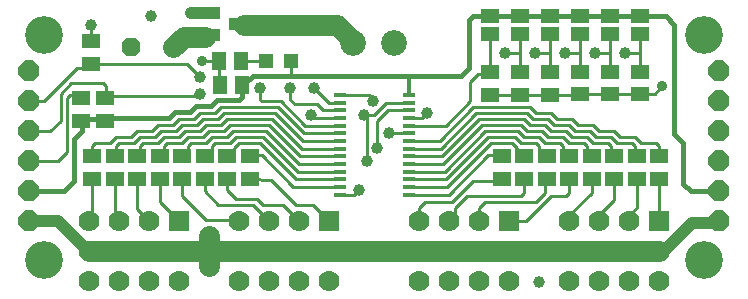
<source format=gbr>
G04 EAGLE Gerber RS-274X export*
G75*
%MOMM*%
%FSLAX34Y34*%
%LPD*%
%INTop Copper*%
%IPPOS*%
%AMOC8*
5,1,8,0,0,1.08239X$1,22.5*%
G01*
%ADD10R,0.990600X0.304800*%
%ADD11R,1.600200X1.168400*%
%ADD12R,1.500000X1.300000*%
%ADD13R,1.300000X1.500000*%
%ADD14C,2.184400*%
%ADD15C,3.200000*%
%ADD16C,1.000000*%
%ADD17R,1.270000X1.000000*%
%ADD18R,1.200000X1.200000*%
%ADD19P,1.732040X8X202.500000*%
%ADD20C,1.600200*%
%ADD21P,1.924489X8X202.500000*%
%ADD22R,1.778000X1.778000*%
%ADD23C,1.778000*%
%ADD24C,0.254000*%
%ADD25C,1.016000*%
%ADD26C,1.778000*%
%ADD27C,1.008000*%
%ADD28C,0.908000*%
%ADD29C,0.406400*%
%ADD30C,0.304800*%


D10*
X-29178Y171790D03*
X-29178Y165290D03*
X-29178Y158790D03*
X-29178Y152290D03*
X-29178Y145790D03*
X-29178Y139290D03*
X-29178Y132790D03*
X-29178Y126290D03*
X29178Y126290D03*
X29178Y132790D03*
X29178Y139290D03*
X29178Y145790D03*
X29178Y152290D03*
X29178Y158790D03*
X29178Y165290D03*
X29178Y171790D03*
X-29178Y119790D03*
X-29178Y113290D03*
X29178Y119790D03*
X29178Y113290D03*
X-29178Y106790D03*
X-29178Y100290D03*
X-29178Y93790D03*
X-29178Y87290D03*
X29178Y87290D03*
X29178Y93790D03*
X29178Y100290D03*
X29178Y106790D03*
D11*
X224790Y238440D03*
X224790Y223200D03*
X199390Y238440D03*
X199390Y223200D03*
X173990Y238440D03*
X173990Y223200D03*
X148590Y238440D03*
X148590Y223200D03*
X123190Y238440D03*
X123190Y223200D03*
X97790Y238440D03*
X97790Y223200D03*
D12*
X97790Y171950D03*
X97790Y190950D03*
X123190Y171950D03*
X123190Y190950D03*
X148590Y171950D03*
X148590Y190950D03*
X173990Y172270D03*
X173990Y191270D03*
X199390Y172270D03*
X199390Y191270D03*
X224790Y172270D03*
X224790Y191270D03*
D13*
X-111785Y179865D03*
X-130785Y179865D03*
D12*
X-240030Y198145D03*
X-240030Y217145D03*
X-248445Y168885D03*
X-248445Y149885D03*
X-228125Y168885D03*
X-228125Y149885D03*
D14*
X-18000Y215900D03*
X17000Y215900D03*
D15*
X-279400Y222250D03*
X-279400Y31750D03*
X279400Y222250D03*
X279400Y31750D03*
D16*
X139550Y13650D03*
X-189240Y238490D03*
D17*
X-116870Y231790D03*
X-136870Y222290D03*
X-136870Y241290D03*
D18*
X-91780Y200660D03*
X-70780Y200660D03*
D13*
X-112420Y200660D03*
X-131420Y200660D03*
D12*
X-105410Y100990D03*
X-105410Y119990D03*
X-124460Y100990D03*
X-124460Y119990D03*
X-143510Y100990D03*
X-143510Y119990D03*
X-162560Y100990D03*
X-162560Y119990D03*
X-181610Y100990D03*
X-181610Y119990D03*
X-200660Y100990D03*
X-200660Y119990D03*
X-219710Y100990D03*
X-219710Y119990D03*
X-238760Y100990D03*
X-238760Y119990D03*
X241300Y100990D03*
X241300Y119990D03*
X222250Y100990D03*
X222250Y119990D03*
X203200Y100990D03*
X203200Y119990D03*
X184150Y100990D03*
X184150Y119990D03*
X165100Y100990D03*
X165100Y119990D03*
X146050Y100990D03*
X146050Y119990D03*
X127000Y100990D03*
X127000Y119990D03*
X107950Y100990D03*
X107950Y119990D03*
D19*
X-205740Y212090D03*
D20*
X-170180Y212090D03*
D21*
X-292100Y64770D03*
X-292100Y90170D03*
X-292100Y115570D03*
X-292100Y140970D03*
X-292100Y166370D03*
X-292100Y191770D03*
X292100Y64770D03*
X292100Y90170D03*
X292100Y115570D03*
X292100Y140970D03*
X292100Y166370D03*
X292100Y191770D03*
D22*
X-38100Y64770D03*
D23*
X-38100Y39370D03*
X-63500Y64770D03*
X-63500Y39370D03*
X-88900Y64770D03*
X-88900Y39370D03*
X-114300Y64770D03*
X-114300Y39370D03*
X-38100Y13970D03*
X-63500Y13970D03*
X-88900Y13970D03*
X-114300Y13970D03*
D22*
X-165100Y64770D03*
D23*
X-165100Y39370D03*
X-190500Y64770D03*
X-190500Y39370D03*
X-215900Y64770D03*
X-215900Y39370D03*
X-241300Y64770D03*
X-241300Y39370D03*
X-165100Y13970D03*
X-190500Y13970D03*
X-215900Y13970D03*
X-241300Y13970D03*
D22*
X241300Y64770D03*
D23*
X241300Y39370D03*
X215900Y64770D03*
X215900Y39370D03*
X190500Y64770D03*
X190500Y39370D03*
X165100Y64770D03*
X165100Y39370D03*
X241300Y13970D03*
X215900Y13970D03*
X190500Y13970D03*
X165100Y13970D03*
D22*
X114300Y64770D03*
D23*
X114300Y39370D03*
X88900Y64770D03*
X88900Y39370D03*
X63500Y64770D03*
X63500Y39370D03*
X38100Y64770D03*
X38100Y39370D03*
X114300Y13970D03*
X88900Y13970D03*
X63500Y13970D03*
X38100Y13970D03*
D24*
X-81280Y161290D02*
X-129540Y161290D01*
X-134620Y156210D01*
X-147320Y156210D01*
X-152400Y151130D01*
X-165100Y151130D01*
X-170180Y146050D01*
X-182880Y146050D01*
X-187960Y140970D01*
X-200660Y140970D01*
X-205740Y135890D01*
X-218440Y135890D01*
X-223520Y130810D01*
X-236220Y130810D01*
X-238760Y128270D01*
X-238760Y119990D01*
X-59280Y139290D02*
X-29178Y139290D01*
X-59280Y139290D02*
X-81280Y161290D01*
X-83820Y156210D02*
X-127000Y156210D01*
X-132080Y151130D01*
X-144780Y151130D01*
X-149860Y146050D01*
X-162560Y146050D01*
X-167640Y140970D01*
X-180340Y140970D01*
X-185420Y135890D01*
X-198120Y135890D01*
X-203200Y130810D01*
X-215900Y130810D01*
X-218440Y128270D01*
X-218440Y121260D01*
X-219710Y119990D01*
X-60400Y132790D02*
X-29178Y132790D01*
X-60400Y132790D02*
X-83820Y156210D01*
X-86360Y151130D02*
X-124460Y151130D01*
X-129540Y146050D01*
X-142240Y146050D01*
X-147320Y140970D01*
X-160020Y140970D01*
X-165100Y135890D01*
X-177800Y135890D01*
X-182880Y130810D01*
X-195580Y130810D01*
X-198120Y128270D01*
X-198120Y122530D01*
X-200660Y119990D01*
X-61520Y126290D02*
X-29178Y126290D01*
X-61520Y126290D02*
X-86360Y151130D01*
X-88900Y146050D02*
X-121920Y146050D01*
X-127000Y140970D01*
X-139700Y140970D01*
X-144780Y135890D01*
X-157480Y135890D01*
X-162560Y130810D01*
X-175260Y130810D01*
X-177800Y128270D01*
X-177800Y123800D01*
X-181610Y119990D01*
X-62640Y119790D02*
X-29178Y119790D01*
X-62640Y119790D02*
X-88900Y146050D01*
X-91440Y140970D02*
X-119380Y140970D01*
X-124460Y135890D01*
X-137160Y135890D01*
X-142240Y130810D01*
X-154940Y130810D01*
X-157480Y128270D01*
X-157480Y125070D01*
X-162560Y119990D01*
X-63760Y113290D02*
X-29178Y113290D01*
X-63760Y113290D02*
X-91440Y140970D01*
X-93980Y135890D02*
X-116840Y135890D01*
X-121920Y130810D01*
X-134620Y130810D01*
X-137160Y128270D01*
X-137160Y123800D01*
X-143510Y119990D01*
X-64880Y106790D02*
X-29178Y106790D01*
X-64880Y106790D02*
X-93980Y135890D01*
X-96520Y130810D02*
X-114300Y130810D01*
X-116840Y128270D01*
X-124460Y119990D01*
X-66000Y100290D02*
X-29178Y100290D01*
X-66000Y100290D02*
X-96520Y130810D01*
X-68390Y93790D02*
X-29178Y93790D01*
X-68390Y93790D02*
X-95250Y120650D01*
X-104750Y120650D01*
X-105410Y119990D01*
X29178Y87290D02*
X63160Y87290D01*
X96520Y120650D01*
X106020Y120650D01*
X107950Y119990D01*
X99060Y130810D02*
X116840Y130810D01*
X62040Y93790D02*
X29178Y93790D01*
X62040Y93790D02*
X99060Y130810D01*
X116840Y130810D02*
X120650Y127000D01*
X120650Y125070D01*
X127000Y119990D01*
X119380Y135890D02*
X96520Y135890D01*
X119380Y135890D02*
X124460Y130810D01*
X137160Y130810D01*
X139700Y128270D01*
X60920Y100290D02*
X29178Y100290D01*
X60920Y100290D02*
X96520Y135890D01*
X139700Y128270D02*
X139700Y125070D01*
X146050Y119990D01*
X121920Y140970D02*
X93980Y140970D01*
X121920Y140970D02*
X127000Y135890D01*
X139700Y135890D01*
X144780Y130810D01*
X157480Y130810D01*
X160020Y128270D01*
X59800Y106790D02*
X29178Y106790D01*
X59800Y106790D02*
X93980Y140970D01*
X160020Y128270D02*
X160020Y123800D01*
X165100Y119990D01*
X124460Y146050D02*
X91440Y146050D01*
X124460Y146050D02*
X129540Y140970D01*
X142240Y140970D01*
X147320Y135890D01*
X160020Y135890D01*
X165100Y130810D01*
X177800Y130810D01*
X180340Y128270D01*
X58680Y113290D02*
X29178Y113290D01*
X58680Y113290D02*
X91440Y146050D01*
X180340Y128270D02*
X180340Y122530D01*
X184150Y119990D01*
X127000Y151130D02*
X88900Y151130D01*
X127000Y151130D02*
X132080Y146050D01*
X144780Y146050D01*
X149860Y140970D01*
X162560Y140970D01*
X167640Y135890D01*
X180340Y135890D01*
X185420Y130810D01*
X198120Y130810D01*
X200660Y128270D01*
X57560Y119790D02*
X29178Y119790D01*
X57560Y119790D02*
X88900Y151130D01*
X200660Y128270D02*
X200660Y121260D01*
X203200Y119990D01*
X129540Y156210D02*
X86360Y156210D01*
X129540Y156210D02*
X134620Y151130D01*
X147320Y151130D01*
X152400Y146050D01*
X165100Y146050D01*
X170180Y140970D01*
X182880Y140970D01*
X187960Y135890D01*
X200660Y135890D01*
X205740Y130810D01*
X218440Y130810D01*
X220980Y128270D01*
X56440Y126290D02*
X29178Y126290D01*
X56440Y126290D02*
X86360Y156210D01*
X220980Y128270D02*
X220980Y119990D01*
X222250Y119990D01*
X132080Y161290D02*
X83820Y161290D01*
X132080Y161290D02*
X137160Y156210D01*
X149860Y156210D01*
X154940Y151130D01*
X167640Y151130D01*
X172720Y146050D01*
X185420Y146050D01*
X190500Y140970D01*
X203200Y140970D01*
X208280Y135890D01*
X220980Y135890D01*
X226060Y130810D01*
X238760Y130810D01*
X241300Y128270D01*
X55320Y132790D02*
X29178Y132790D01*
X55320Y132790D02*
X83820Y161290D01*
X241300Y128270D02*
X241300Y119990D01*
D25*
X-267970Y64770D02*
X-292100Y64770D01*
X-267970Y64770D02*
X-242570Y39370D01*
X245110Y39370D02*
X269240Y63500D01*
X290830Y63500D01*
X292100Y64770D01*
D26*
X-215900Y39370D02*
X-241300Y39370D01*
X-215900Y39370D02*
X-190500Y39370D01*
X-165100Y39370D01*
X-139700Y39370D02*
X-114300Y39370D01*
X-139700Y39370D02*
X-165100Y39370D01*
X-114300Y39370D02*
X-88900Y39370D01*
X-63500Y39370D01*
X-38100Y39370D01*
X38100Y39370D02*
X63500Y39370D01*
X88900Y39370D01*
X114300Y39370D01*
X165100Y39370D01*
X190500Y39370D01*
X215900Y39370D01*
X241300Y39370D01*
X-161290Y220980D02*
X-170180Y212090D01*
X-161290Y220980D02*
X-143510Y220980D01*
D24*
X-138180Y220980D01*
X-136870Y222290D01*
D26*
X-38100Y39370D02*
X38100Y39370D01*
X-139700Y39370D02*
X-139700Y52070D01*
X-139700Y39370D02*
X-139700Y26670D01*
D24*
X-241300Y39370D02*
X-242570Y39370D01*
X241300Y39370D02*
X245110Y39370D01*
D27*
X-139700Y39370D03*
X-139700Y52070D03*
X-139700Y26670D03*
D24*
X-154650Y238470D02*
X-154940Y241300D01*
X97790Y171950D02*
X123190Y171950D01*
X148590Y171950D01*
X173670Y171950D01*
X173990Y172270D01*
X199390Y172270D01*
X224790Y172270D01*
X237940Y172270D01*
X243840Y179070D01*
D25*
X-136870Y241290D02*
X-154930Y241290D01*
X-154940Y241300D01*
D24*
X-146050Y200660D02*
X-131420Y200660D01*
X-131420Y180500D01*
X-130785Y179865D01*
X-240030Y217145D02*
X-240030Y231140D01*
X-29178Y87290D02*
X-16850Y87290D01*
X-12700Y91440D01*
X29178Y152290D02*
X40530Y152290D01*
X44450Y156210D01*
D28*
X-154940Y241300D03*
X-146050Y200660D03*
X243840Y179070D03*
D27*
X-240030Y231140D03*
X-12700Y91440D03*
X44450Y156210D03*
D24*
X224790Y207010D02*
X224790Y223200D01*
X224790Y207010D02*
X212090Y207010D01*
X224790Y207010D02*
X224790Y191270D01*
X-1270Y168910D02*
X-1270Y166370D01*
X-4150Y171790D02*
X-29178Y171790D01*
X-4150Y171790D02*
X-1270Y168910D01*
D27*
X212090Y207010D03*
X-1270Y166370D03*
D24*
X199390Y207010D02*
X199390Y223200D01*
X199390Y207010D02*
X186690Y207010D01*
X199390Y207010D02*
X199390Y191270D01*
X-29178Y165290D02*
X-38290Y165290D01*
X-50800Y177800D01*
D27*
X186690Y207010D03*
X-50800Y177800D03*
D24*
X173990Y207010D02*
X173990Y223200D01*
X173990Y207010D02*
X161290Y207010D01*
X173990Y207010D02*
X173990Y191270D01*
X-29178Y158790D02*
X-43220Y158790D01*
X-48260Y163830D01*
X-67310Y163830D01*
X-71120Y167640D01*
X-71120Y177800D01*
D27*
X161290Y207010D03*
X-71120Y177800D03*
D24*
X148590Y207010D02*
X148590Y223200D01*
X148590Y207010D02*
X135890Y207010D01*
X148590Y207010D02*
X148590Y190950D01*
X-29178Y152290D02*
X-50690Y152290D01*
X-53340Y154940D01*
D27*
X135890Y207010D03*
X-53340Y154940D03*
D24*
X123190Y207010D02*
X123190Y223200D01*
X123190Y207010D02*
X110490Y207010D01*
X123190Y207010D02*
X123190Y190950D01*
X-96520Y177800D02*
X-96520Y167640D01*
X-95250Y166370D01*
X-78740Y166370D01*
X-58160Y145790D02*
X-29178Y145790D01*
X-58160Y145790D02*
X-78740Y166370D01*
D27*
X110490Y207010D03*
X-96520Y177800D03*
D24*
X29178Y145790D02*
X60700Y145790D01*
X87630Y189230D02*
X96070Y189230D01*
X97790Y190950D01*
X97790Y223200D01*
X81280Y166370D02*
X60700Y145790D01*
X81280Y166370D02*
X81280Y182880D01*
X87630Y189230D01*
D29*
X97790Y238440D02*
X123190Y238440D01*
X148590Y238440D01*
X173990Y238440D01*
X199390Y238440D01*
X224790Y238440D01*
X-262890Y90170D02*
X-292100Y90170D01*
X-262890Y90170D02*
X-254000Y99060D01*
X-111785Y179865D02*
X-106230Y185420D01*
X-105410Y185420D01*
X-102870Y187960D01*
X-71120Y187960D01*
X27940Y187960D01*
X73660Y187960D01*
X80010Y194310D01*
X80010Y234950D01*
X83820Y238760D01*
X97470Y238760D01*
X97790Y238440D01*
D30*
X29178Y186722D02*
X29178Y171790D01*
D29*
X29178Y186722D02*
X27940Y187960D01*
X224790Y238440D02*
X246700Y238440D01*
X254000Y231140D01*
X254000Y138430D01*
X261620Y130810D01*
X261620Y96520D01*
X267970Y90170D01*
X292100Y90170D01*
X-168910Y157480D02*
X-173990Y152400D01*
X-168910Y157480D02*
X-156210Y157480D01*
X-151130Y162560D01*
X-138430Y162560D01*
X-133350Y167640D01*
X-114300Y167640D01*
X-111760Y170180D01*
X-111760Y179840D01*
X-111785Y179865D01*
X-254000Y134620D02*
X-254000Y99060D01*
X-254000Y134620D02*
X-247650Y140970D01*
X-247650Y151630D01*
X-248445Y149885D01*
X-247650Y151630D02*
X-228920Y151630D01*
X-228125Y149885D01*
X-228100Y152400D02*
X-173990Y152400D01*
X-228100Y152400D02*
X-228125Y149885D01*
D24*
X-70780Y188300D02*
X-70780Y200660D01*
X-70780Y188300D02*
X-71120Y187960D01*
X-279400Y166370D02*
X-292100Y166370D01*
X-279400Y166370D02*
X-251460Y194310D01*
X-241325Y194310D01*
X-240030Y198145D01*
X13110Y139290D02*
X29178Y139290D01*
X13110Y139290D02*
X12700Y139700D01*
X-158775Y198145D02*
X-240030Y198145D01*
X-158775Y198145D02*
X-147320Y186690D01*
D27*
X-147320Y186690D03*
X12700Y139700D03*
D24*
X-274320Y140970D02*
X-292100Y140970D01*
X-274320Y140970D02*
X-265430Y149860D01*
X-265430Y172720D01*
X-256540Y181610D01*
X-229870Y181610D01*
X-227330Y179070D01*
X-227330Y170950D01*
X-228125Y168885D01*
X2540Y149860D02*
X2540Y127000D01*
X11470Y158790D02*
X29178Y158790D01*
X11470Y158790D02*
X2540Y149860D01*
X-149090Y170950D02*
X-227330Y170950D01*
X-149090Y170950D02*
X-147320Y172720D01*
D27*
X2540Y127000D03*
X-147320Y172720D03*
D24*
X-260350Y123190D02*
X-267970Y115570D01*
X-260350Y123190D02*
X-260350Y168910D01*
X-257810Y171450D01*
X-248470Y171450D01*
X-248445Y168885D01*
X10350Y165290D02*
X29178Y165290D01*
X-6350Y152400D02*
X-6350Y115570D01*
X-6350Y152400D02*
X-8890Y154940D01*
X0Y154940D02*
X10350Y165290D01*
X0Y154940D02*
X-8890Y154940D01*
X-267970Y115570D02*
X-292100Y115570D01*
D27*
X-6350Y115570D03*
X-8890Y154940D03*
D26*
X-18000Y215900D02*
X-18000Y217390D01*
X-31750Y231140D01*
X-110490Y231140D01*
D24*
X-116220Y231140D01*
X-116870Y231790D01*
X-112420Y200660D02*
X-91780Y200660D01*
X-124460Y100990D02*
X-124460Y91440D01*
X-116840Y83820D01*
X-99060Y83820D01*
X-93980Y78740D01*
X-77470Y78740D01*
X-63500Y64770D01*
X-87020Y99720D02*
X-105410Y100990D01*
X-87020Y99720D02*
X-66040Y78740D01*
X-52070Y78740D01*
X-38100Y64770D01*
X-143510Y90170D02*
X-143510Y100990D01*
X-143510Y90170D02*
X-132080Y78740D01*
X-102870Y78740D01*
X-88900Y64770D01*
X-162560Y86360D02*
X-162560Y100990D01*
X-162560Y86360D02*
X-142240Y66040D01*
X-115570Y66040D01*
X-114300Y64770D01*
X-181610Y81280D02*
X-181610Y100990D01*
X-181610Y81280D02*
X-165100Y64770D01*
X-200660Y74930D02*
X-200660Y100990D01*
X-200660Y74930D02*
X-190500Y64770D01*
X-219710Y68580D02*
X-219710Y100990D01*
X-219710Y68580D02*
X-215900Y64770D01*
X-238760Y67310D02*
X-238760Y100990D01*
X-238760Y67310D02*
X-241300Y64770D01*
X38100Y64770D02*
X38100Y76200D01*
X43180Y81280D01*
X66040Y81280D01*
X83820Y99060D01*
X107290Y99060D01*
X107950Y100990D01*
X124460Y86360D02*
X78740Y86360D01*
X124460Y86360D02*
X127000Y88900D01*
X127000Y100990D01*
X78740Y86360D02*
X68580Y76200D01*
X68580Y69850D01*
X63500Y64770D01*
X93980Y81280D02*
X137160Y81280D01*
X144780Y88900D01*
X144780Y98450D01*
X146050Y100990D01*
X93980Y81280D02*
X88900Y76200D01*
X88900Y64770D01*
X149860Y86360D02*
X162560Y86360D01*
X165100Y88900D01*
X165100Y100990D01*
X128270Y64770D02*
X114300Y64770D01*
X128270Y64770D02*
X149860Y86360D01*
X184150Y88900D02*
X184150Y100990D01*
X165100Y69850D02*
X165100Y64770D01*
X165100Y69850D02*
X184150Y88900D01*
X203200Y82550D02*
X203200Y100990D01*
X190500Y69850D02*
X190500Y64770D01*
X190500Y69850D02*
X203200Y82550D01*
X222250Y76200D02*
X222250Y100990D01*
X215900Y69850D02*
X215900Y64770D01*
X215900Y69850D02*
X222250Y76200D01*
X241300Y64770D02*
X241300Y100990D01*
M02*

</source>
